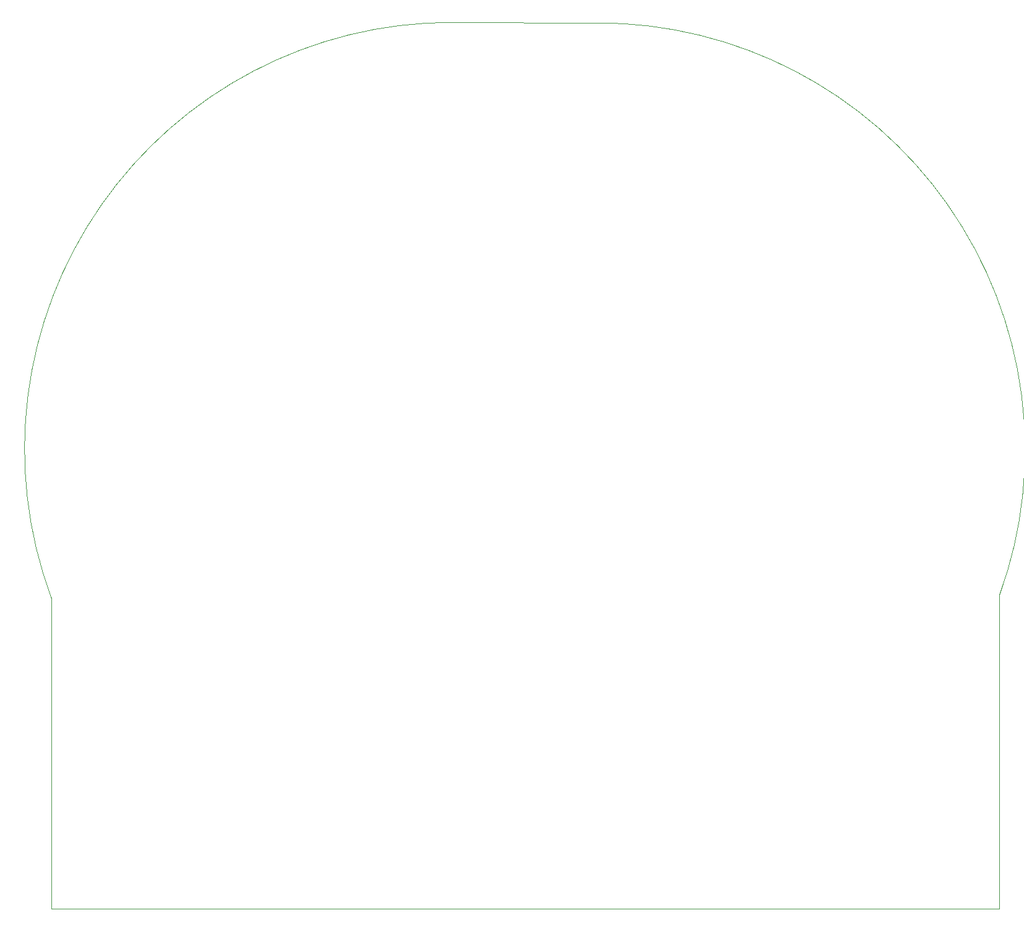
<source format=gm1>
G04 #@! TF.GenerationSoftware,KiCad,Pcbnew,(5.99.0-286-g11f0acefe)*
G04 #@! TF.CreationDate,2019-11-05T18:07:45-05:00*
G04 #@! TF.ProjectId,MotorcycleSpeedo,4d6f746f-7263-4796-936c-655370656564,rev?*
G04 #@! TF.SameCoordinates,Original*
G04 #@! TF.FileFunction,Profile,NP*
%FSLAX46Y46*%
G04 Gerber Fmt 4.6, Leading zero omitted, Abs format (unit mm)*
G04 Created by KiCad (PCBNEW (5.99.0-286-g11f0acefe)) date 2019-11-05 18:07:45*
%MOMM*%
%LPD*%
G04 APERTURE LIST*
%ADD10C,0.050000*%
G04 APERTURE END LIST*
D10*
X149132444Y-176230000D02*
X149160000Y-176230000D01*
X149132444Y-176230000D02*
X149132444Y-175630000D01*
X149260000Y-176230000D02*
X149160000Y-176230000D01*
X278759999Y-175630000D02*
X278760000Y-176230000D01*
X149132444Y-175630000D02*
X149132444Y-133712703D01*
X278759999Y-176230000D02*
X149260000Y-176230000D01*
X278759999Y-133429999D02*
X278759999Y-175630000D01*
X203860000Y-54930000D02*
X223759777Y-55000557D01*
X149132444Y-133712703D02*
G75*
G02X203860000Y-54930000I54727556J20382703D01*
G01*
X223759777Y-55000557D02*
G75*
G02X278759999Y-133429999I100223J-58429443D01*
G01*
M02*

</source>
